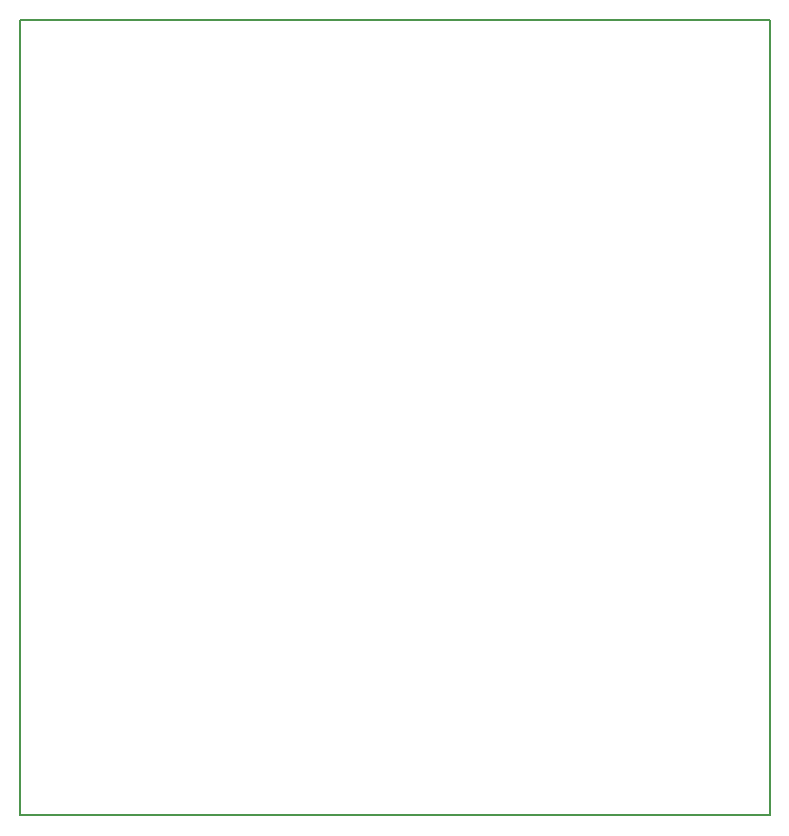
<source format=gm1>
G04 #@! TF.GenerationSoftware,KiCad,Pcbnew,(2017-01-27 revision d0c46a8)-makepkg*
G04 #@! TF.CreationDate,2017-03-06T20:45:13-05:00*
G04 #@! TF.ProjectId,reflowoven,7265666C6F776F76656E2E6B69636164,rev?*
G04 #@! TF.FileFunction,Profile,NP*
%FSLAX46Y46*%
G04 Gerber Fmt 4.6, Leading zero omitted, Abs format (unit mm)*
G04 Created by KiCad (PCBNEW (2017-01-27 revision d0c46a8)-makepkg) date 03/06/17 20:45:13*
%MOMM*%
%LPD*%
G01*
G04 APERTURE LIST*
%ADD10C,0.150000*%
G04 APERTURE END LIST*
D10*
X128270000Y-214630000D02*
X128270000Y-147320000D01*
X191770000Y-214630000D02*
X128270000Y-214630000D01*
X191770000Y-147320000D02*
X191770000Y-214630000D01*
X128270000Y-147320000D02*
X191770000Y-147320000D01*
M02*

</source>
